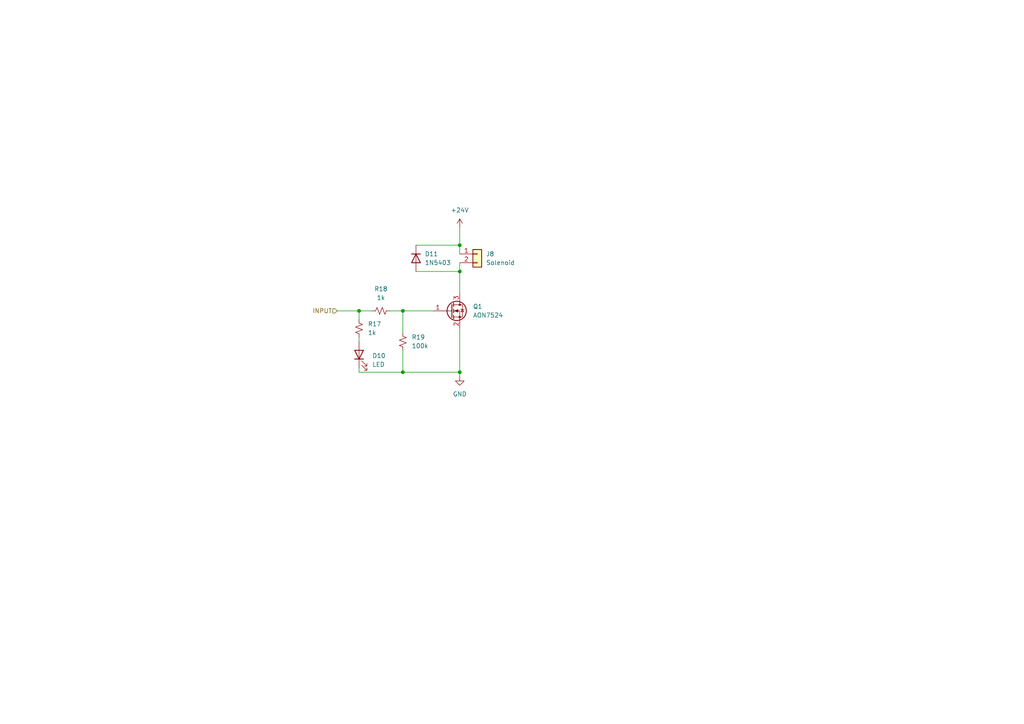
<source format=kicad_sch>
(kicad_sch (version 20231120) (generator "eeschema") (generator_version "8.0")
  (paper "A4")
  (lib_symbols
    (symbol "Connector_Generic:Conn_01x02" (pin_names (offset 1.016) hide)
      (property "Reference" "J" (at 0 2.54 0))
      (property "Value" "Conn_01x02" (at 0 -5.08 0))
      (symbol "Conn_01x02_1_1"
        (rectangle (start -1.27 -2.413) (end 0 -2.667) (stroke (width 0.1524)))
        (rectangle (start -1.27 0.127) (end 0 -0.127) (stroke (width 0.1524)))
        (rectangle (start -1.27 1.27) (end 1.27 -3.81) (stroke (width 0.254)) (fill (type background)))
        (pin passive line (at -5.08 0 0) (length 3.81) (name "Pin_1") (number "1"))
        (pin passive line (at -5.08 -2.54 0) (length 3.81) (name "Pin_2") (number "2"))
      )
    )
    (symbol "Device:LED" (pin_numbers hide) (pin_names (offset 1.016) hide)
      (property "Reference" "D" (at 0 2.54 0))
      (property "Value" "LED" (at 0 -2.54 0))
      (symbol "LED_0_1"
        (polyline (pts (xy -1.27 -1.27) (xy -1.27 1.27)) (stroke (width 0.254)))
        (polyline (pts (xy -1.27 0) (xy 1.27 0)))
        (polyline (pts (xy 1.27 -1.27) (xy 1.27 1.27) (xy -1.27 0) (xy 1.27 -1.27)) (stroke (width 0.254)))
        (polyline (pts (xy -3.048 -0.762) (xy -4.572 -2.286) (xy -3.81 -2.286) (xy -4.572 -2.286) (xy -4.572 -1.524)))
        (polyline (pts (xy -1.778 -0.762) (xy -3.302 -2.286) (xy -2.54 -2.286) (xy -3.302 -2.286) (xy -3.302 -1.524)))
      )
      (symbol "LED_1_1"
        (pin passive line (at -3.81 0 0) (length 2.54) (name "K") (number "1"))
        (pin passive line (at 3.81 0 180) (length 2.54) (name "A") (number "2"))
      )
    )
    (symbol "Device:R_Small_US" (pin_numbers hide) (pin_names (offset 0.254) hide)
      (property "Reference" "R" (at 0.762 0.508 0))
      (property "Value" "R_Small_US" (at 0.762 -1.016 0))
      (symbol "R_Small_US_1_1"
        (polyline (pts (xy 0 0) (xy 1.016 -0.381) (xy 0 -0.762) (xy -1.016 -1.143) (xy 0 -1.524)))
        (polyline (pts (xy 0 1.524) (xy 1.016 1.143) (xy 0 0.762) (xy -1.016 0.381) (xy 0 0)))
        (pin passive line (at 0 2.54 270) (length 1.016) (name "~") (number "1"))
        (pin passive line (at 0 -2.54 90) (length 1.016) (name "~") (number "2"))
      )
    )
    (symbol "Diode:1N5403" (pin_numbers hide) (pin_names hide)
      (property "Reference" "D" (at 0 2.54 0))
      (property "Value" "1N5403" (at 0 -2.54 0))
      (symbol "1N5403_0_1"
        (polyline (pts (xy -1.27 1.27) (xy -1.27 -1.27)) (stroke (width 0.254)))
        (polyline (pts (xy 1.27 0) (xy -1.27 0)))
        (polyline (pts (xy 1.27 1.27) (xy 1.27 -1.27) (xy -1.27 0) (xy 1.27 1.27)) (stroke (width 0.254)))
      )
      (symbol "1N5403_1_1"
        (pin passive line (at -3.81 0 0) (length 2.54) (name "K") (number "1"))
        (pin passive line (at 3.81 0 180) (length 2.54) (name "A") (number "2"))
      )
    )
    (symbol "Transistor_FET:AO3400A" (pin_names hide)
      (property "Reference" "Q" (at 5.08 1.905 0))
      (property "Value" "AO3400A" (at 5.08 0 0))
      (symbol "AO3400A_0_1"
        (polyline (pts (xy 0.254 0) (xy -2.54 0)))
        (polyline (pts (xy 0.254 1.905) (xy 0.254 -1.905)) (stroke (width 0.254)))
        (polyline (pts (xy 0.762 -1.27) (xy 0.762 -2.286)) (stroke (width 0.254)))
        (polyline (pts (xy 0.762 0.508) (xy 0.762 -0.508)) (stroke (width 0.254)))
        (polyline (pts (xy 0.762 2.286) (xy 0.762 1.27)) (stroke (width 0.254)))
        (polyline (pts (xy 2.54 2.54) (xy 2.54 1.778)))
        (polyline (pts (xy 2.54 -2.54) (xy 2.54 0) (xy 0.762 0)))
        (polyline (pts (xy 0.762 -1.778) (xy 3.302 -1.778) (xy 3.302 1.778) (xy 0.762 1.778)))
        (polyline (pts (xy 1.016 0) (xy 2.032 0.381) (xy 2.032 -0.381) (xy 1.016 0)) (fill (type outline)))
        (polyline (pts (xy 2.794 0.508) (xy 2.921 0.381) (xy 3.683 0.381) (xy 3.81 0.254)))
        (polyline (pts (xy 3.302 0.381) (xy 2.921 -0.254) (xy 3.683 -0.254) (xy 3.302 0.381)))
        (circle (center 1.651 0) (radius 2.794) (stroke (width 0.254)))
        (circle (center 2.54 -1.778) (radius 0.254) (fill (type outline)))
        (circle (center 2.54 1.778) (radius 0.254) (fill (type outline)))
      )
      (symbol "AO3400A_1_1"
        (pin input line (at -5.08 0 0) (length 2.54) (name "G") (number "1"))
        (pin passive line (at 2.54 -5.08 90) (length 2.54) (name "S") (number "2"))
        (pin passive line (at 2.54 5.08 270) (length 2.54) (name "D") (number "3"))
      )
    )
    (symbol "power:+24V" (power) (pin_numbers hide) (pin_names (offset 0) hide)
      (property "Value" "+24V" (at 0 3.556 0))
      (symbol "+24V_0_1"
        (polyline (pts (xy -0.762 1.27) (xy 0 2.54)))
        (polyline (pts (xy 0 0) (xy 0 2.54)))
        (polyline (pts (xy 0 2.54) (xy 0.762 1.27)))
      )
      (symbol "+24V_1_1"
        (pin power_in line (at 0 0 90) (length 0) (name "~") (number "1"))
      )
    )
    (symbol "power:GND" (power) (pin_numbers hide) (pin_names (offset 0) hide)
      (property "Value" "GND" (at 0 -3.81 0))
      (symbol "GND_0_1"
        (polyline (pts (xy 0 0) (xy 0 -1.27) (xy 1.27 -1.27) (xy 0 -2.54) (xy -1.27 -1.27) (xy 0 -1.27)))
      )
      (symbol "GND_1_1"
        (pin power_in line (at 0 0 270) (length 0) (name "~") (number "1"))
      )
    )
  )
  (junction (at 133.35 71.12))
  (junction (at 104.14 90.17))
  (junction (at 133.35 107.95))
  (junction (at 116.84 90.17))
  (junction (at 116.84 107.95))
  (junction (at 133.35 78.74))
  (wire (pts (xy 116.84 90.17) (xy 125.73 90.17)))
  (wire (pts (xy 133.35 71.12) (xy 120.65 71.12)))
  (wire (pts (xy 133.35 71.12) (xy 133.35 73.66)))
  (wire (pts (xy 116.84 96.52) (xy 116.84 90.17)))
  (wire (pts (xy 104.14 90.17) (xy 107.95 90.17)))
  (wire (pts (xy 120.65 78.74) (xy 133.35 78.74)))
  (wire (pts (xy 133.35 107.95) (xy 133.35 109.22)))
  (wire (pts (xy 133.35 66.04) (xy 133.35 71.12)))
  (wire (pts (xy 104.14 90.17) (xy 104.14 92.71)))
  (wire (pts (xy 97.79 90.17) (xy 104.14 90.17)))
  (wire (pts (xy 104.14 107.95) (xy 116.84 107.95)))
  (wire (pts (xy 104.14 97.79) (xy 104.14 99.06)))
  (wire (pts (xy 133.35 95.25) (xy 133.35 107.95)))
  (wire (pts (xy 104.14 106.68) (xy 104.14 107.95)))
  (wire (pts (xy 133.35 78.74) (xy 133.35 85.09)))
  (wire (pts (xy 116.84 101.6) (xy 116.84 107.95)))
  (wire (pts (xy 116.84 107.95) (xy 133.35 107.95)))
  (wire (pts (xy 113.03 90.17) (xy 116.84 90.17)))
  (wire (pts (xy 133.35 78.74) (xy 133.35 76.2)))
  (hierarchical_label "INPUT" (shape input) (at 97.79 90.17 180))
  (symbol (lib_id "Connector_Generic:Conn_01x02") (at 138.43 73.66 0) (unit 1)
    (property "Reference" "J8" (at 140.97 73.6599 0) (effects (justify left)))
    (property "Value" "Solenoid" (at 140.97 76.1999 0) (effects (justify left)))
    (property "Description" "Generic connector, single row, 01x02, script generated (kicad-library-utils/schlib/autogen/connector/)" (effects (hide yes)))
  )
  (symbol (lib_id "Transistor_FET:AO3400A") (at 130.81 90.17 0) (unit 1)
    (property "Reference" "Q1" (at 137.16 88.8999 0) (effects (justify left)))
    (property "Value" "AON7524" (at 137.16 91.4399 0) (effects (justify left)))
    (property "Footprint" "Package_DFN_QFN:DFN-8-1EP_3x3mm_P0.5mm_EP1.7x2.4mm" (effects (hide yes)))
  )
  (symbol (lib_id "Device:R_Small_US") (at 110.49 90.17 90) (unit 1)
    (property "Reference" "R18" (at 110.49 83.82 90))
    (property "Value" "1k" (at 110.49 86.36 90))
    (property "Footprint" "Resistor_SMD:R_0805_2012Metric_Pad1.20x1.40mm_HandSolder" (effects (hide yes)))
    (property "LCSC" "C95781" (effects (hide yes)))
  )
  (symbol (lib_id "power:GND") (at 133.35 109.22 0) (unit 1)
    (property "Reference" "#PWR023" (effects (hide yes)))
    (property "Value" "GND" (at 133.35 114.3 0))
    (property "Description" "Power symbol creates a global label with name \"GND\" , ground" (effects (hide yes)))
  )
  (symbol (lib_id "Device:LED") (at 104.14 102.87 90) (unit 1)
    (property "Reference" "D10" (at 107.95 103.1874 90) (effects (justify right)))
    (property "Value" "LED" (at 107.95 105.7274 90) (effects (justify right)))
    (property "Description" "Light emitting diode" (effects (hide yes)))
  )
  (symbol (lib_id "power:+24V") (at 133.35 66.04 0) (unit 1)
    (property "Reference" "#PWR010" (effects (hide yes)))
    (property "Value" "+24V" (at 133.35 60.96 0))
    (property "Description" "Power symbol creates a global label with name \"+24V\"" (effects (hide yes)))
  )
  (symbol (lib_id "Device:R_Small_US") (at 116.84 99.06 180) (unit 1)
    (property "Reference" "R19" (at 119.38 97.7899 0) (effects (justify right)))
    (property "Value" "100k" (at 119.38 100.3299 0) (effects (justify right)))
    (property "Footprint" "Resistor_SMD:R_0805_2012Metric_Pad1.20x1.40mm_HandSolder" (effects (hide yes)))
    (property "LCSC" "C95781" (effects (hide yes)))
  )
  (symbol (lib_id "Device:R_Small_US") (at 104.14 95.25 180) (unit 1)
    (property "Reference" "R17" (at 106.68 93.9799 0) (effects (justify right)))
    (property "Value" "1k" (at 106.68 96.5199 0) (effects (justify right)))
    (property "Footprint" "Resistor_SMD:R_0805_2012Metric_Pad1.20x1.40mm_HandSolder" (effects (hide yes)))
    (property "LCSC" "C95781" (effects (hide yes)))
  )
  (symbol (lib_id "Diode:1N5403") (at 120.65 74.93 270) (unit 1)
    (property "Reference" "D11" (at 123.19 73.6599 90) (effects (justify left)))
    (property "Value" "1N5403" (at 123.19 76.1999 90) (effects (justify left)))
    (property "Footprint" "Diode_THT:D_DO-201AD_P15.24mm_Horizontal" (effects (hide yes)))
    (property "Datasheet" "http://www.vishay.com/docs/88516/1n5400.pdf" (effects (hide yes)))
    (property "Description" "300V 3A General Purpose Rectifier Diode, DO-201AD" (effects (hide yes)))
    (property "Sim.Device" "D" (effects (hide yes)))
    (property "Sim.Pins" "1=K 2=A" (effects (hide yes)))
  )
)
</source>
